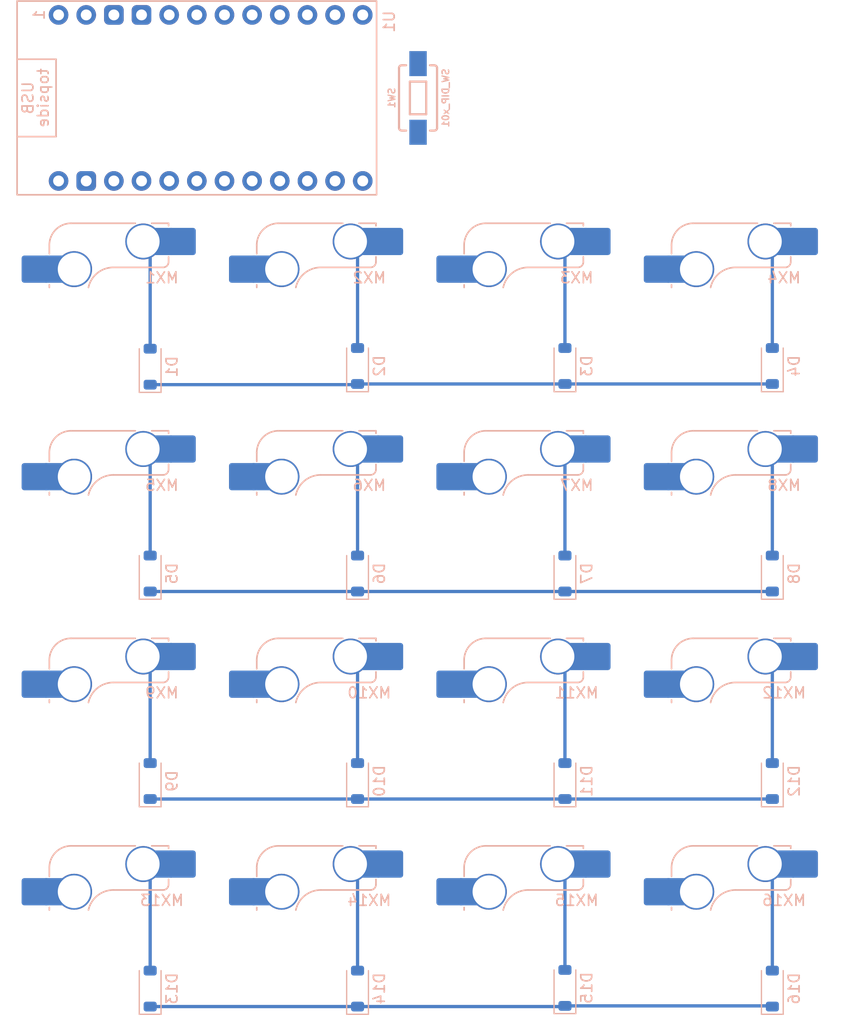
<source format=kicad_pcb>
(kicad_pcb (version 20221018) (generator pcbnew)
  (layers (0 "F.Cu" signal) (31 "B.Cu" signal) (34 "B.Paste" user) (35 "F.Paste" user) (36 "B.SilkS" user "B.Silkscreen") (37 "F.SilkS" user "F.Silkscreen") (38 "B.Mask" user) (39 "F.Mask" user) (44 "Edge.Cuts" user))
  (net 0 "")
  (net 1 "ROW0")
  (net 2 "Net-(D1-A)")
  (net 3 "Net-(D2-A)")
  (net 4 "Net-(D3-A)")
  (net 5 "Net-(D4-A)")
  (net 6 "ROW1")
  (net 7 "Net-(D5-A)")
  (net 8 "Net-(D6-A)")
  (net 9 "Net-(D7-A)")
  (net 10 "Net-(D8-A)")
  (net 11 "ROW2")
  (net 12 "Net-(D9-A)")
  (net 13 "Net-(D10-A)")
  (net 14 "Net-(D11-A)")
  (net 15 "Net-(D12-A)")
  (net 16 "ROW3")
  (net 17 "Net-(D13-A)")
  (net 18 "Net-(D14-A)")
  (net 19 "Net-(D15-A)")
  (net 20 "Net-(D16-A)")
  (net 21 "COL0")
  (net 22 "COL1")
  (net 23 "COL2")
  (net 24 "COL3")
  (net 25 "GND")
  (net 26 "Net-(U1-RST)")
  (footprint "Diode_SMD:D_SOD-123" (layer "B.Cu") (at 92.075 95.25 90)
    (fp_text reference "D5" (at 0 2 90) (layer "B.SilkS") (effects (justify mirror)))
    (fp_text value "D_Small")
    (pad "1" smd roundrect (at -1.65 0 90) (size 0.9 1.2) (layers "B.Cu" "B.Paste" "B.Mask") (net 6 "ROW1"))
    (pad "2" smd roundrect (at 1.65 0 90) (size 0.9 1.2) (layers "B.Cu" "B.Paste" "B.Mask") (net 7 "Net-(D5-A)"))
  )
  (footprint "marbastlib-mx:SW_MX_HS_1u" (layer "B.Cu") (at 107.95 88.9 180)
    (fp_text reference "MX6" (at -4.25 1.75) (layer "B.SilkS") (effects (justify mirror)))
    (fp_text value "MX_SW_HS" hide)
    (pad "" np_thru_hole circle (at -5.08 0 180) (size 1.75 1.75) (drill 1.75) (layers "*.Cu" "*.Mask"))
    (pad "" np_thru_hole circle (at 0 0 180) (size 3.9878 3.9878) (drill 3.9878) (layers "*.Cu" "*.Mask"))
    (pad "" np_thru_hole circle (at 5.08 0 180) (size 1.75 1.75) (drill 1.75) (layers "*.Cu" "*.Mask"))
    (pad "1" thru_hole circle (at 3.81 2.54 180) (size 3.3 3.3) (drill 3) (layers "*.Cu" "*.Mask") (net 22 "COL1"))
    (pad "1" smd rect (at 5.635 2.54) (size 1.65 2.5) (layers "B.Cu") (net 22 "COL1"))
    (pad "1" smd roundrect (at 7.36 2.54 180) (size 2.55 2.5) (layers "B.Cu" "B.Paste" "B.Mask") (roundrect_rratio 0.1) (net 22 "COL1"))
    (pad "2" smd roundrect (at -6.09 5.08 180) (size 2.55 2.5) (layers "B.Cu" "B.Paste" "B.Mask") (roundrect_rratio 0.1) (net 8 "Net-(D6-A)"))
    (pad "2" smd rect (at -4.34 5.08 180) (size 1.65 2.5) (layers "B.Cu") (net 8 "Net-(D6-A)"))
    (pad "2" thru_hole circle (at -2.54 5.08 180) (size 3.3 3.3) (drill 3) (layers "*.Cu" "*.Mask") (net 8 "Net-(D6-A)"))
  )
  (footprint "Diode_SMD:D_SOD-123" (layer "B.Cu") (at 92.075 76.2625 90)
    (fp_text reference "D1" (at 0 2 90) (layer "B.SilkS") (effects (justify mirror)))
    (fp_text value "D_Small")
    (pad "1" smd roundrect (at -1.65 0 90) (size 0.9 1.2) (layers "B.Cu" "B.Paste" "B.Mask") (net 1 "ROW0"))
    (pad "2" smd roundrect (at 1.65 0 90) (size 0.9 1.2) (layers "B.Cu" "B.Paste" "B.Mask") (net 2 "Net-(D1-A)"))
  )
  (footprint "marbastlib-mx:SW_MX_HS_1u" (layer "B.Cu") (at 127 107.95 180)
    (fp_text reference "MX11" (at -4.25 1.75) (layer "B.SilkS") (effects (justify mirror)))
    (fp_text value "MX_SW_HS" hide)
    (pad "" np_thru_hole circle (at -5.08 0 180) (size 1.75 1.75) (drill 1.75) (layers "*.Cu" "*.Mask"))
    (pad "" np_thru_hole circle (at 0 0 180) (size 3.9878 3.9878) (drill 3.9878) (layers "*.Cu" "*.Mask"))
    (pad "" np_thru_hole circle (at 5.08 0 180) (size 1.75 1.75) (drill 1.75) (layers "*.Cu" "*.Mask"))
    (pad "1" thru_hole circle (at 3.81 2.54 180) (size 3.3 3.3) (drill 3) (layers "*.Cu" "*.Mask") (net 23 "COL2"))
    (pad "1" smd rect (at 5.635 2.54) (size 1.65 2.5) (layers "B.Cu") (net 23 "COL2"))
    (pad "1" smd roundrect (at 7.36 2.54 180) (size 2.55 2.5) (layers "B.Cu" "B.Paste" "B.Mask") (roundrect_rratio 0.1) (net 23 "COL2"))
    (pad "2" smd roundrect (at -6.09 5.08 180) (size 2.55 2.5) (layers "B.Cu" "B.Paste" "B.Mask") (roundrect_rratio 0.1) (net 14 "Net-(D11-A)"))
    (pad "2" smd rect (at -4.34 5.08 180) (size 1.65 2.5) (layers "B.Cu") (net 14 "Net-(D11-A)"))
    (pad "2" thru_hole circle (at -2.54 5.08 180) (size 3.3 3.3) (drill 3) (layers "*.Cu" "*.Mask") (net 14 "Net-(D11-A)"))
  )
  (footprint "Diode_SMD:D_SOD-123" (layer "B.Cu") (at 130.175 95.25 90)
    (fp_text reference "D7" (at 0 2 90) (layer "B.SilkS") (effects (justify mirror)))
    (fp_text value "D_Small")
    (pad "1" smd roundrect (at -1.65 0 90) (size 0.9 1.2) (layers "B.Cu" "B.Paste" "B.Mask") (net 6 "ROW1"))
    (pad "2" smd roundrect (at 1.65 0 90) (size 0.9 1.2) (layers "B.Cu" "B.Paste" "B.Mask") (net 9 "Net-(D7-A)"))
  )
  (footprint "Diode_SMD:D_SOD-123" (layer "B.Cu") (at 149.225 95.25 90)
    (fp_text reference "D8" (at 0 2 90) (layer "B.SilkS") (effects (justify mirror)))
    (fp_text value "D_Small")
    (pad "1" smd roundrect (at -1.65 0 90) (size 0.9 1.2) (layers "B.Cu" "B.Paste" "B.Mask") (net 6 "ROW1"))
    (pad "2" smd roundrect (at 1.65 0 90) (size 0.9 1.2) (layers "B.Cu" "B.Paste" "B.Mask") (net 10 "Net-(D8-A)"))
  )
  (footprint "marbastlib-mx:SW_MX_HS_1u" (layer "B.Cu") (at 88.9 127 180)
    (fp_text reference "MX13" (at -4.25 1.75) (layer "B.SilkS") (effects (justify mirror)))
    (fp_text value "MX_SW_HS" hide)
    (pad "" np_thru_hole circle (at -5.08 0 180) (size 1.75 1.75) (drill 1.75) (layers "*.Cu" "*.Mask"))
    (pad "" np_thru_hole circle (at 0 0 180) (size 3.9878 3.9878) (drill 3.9878) (layers "*.Cu" "*.Mask"))
    (pad "" np_thru_hole circle (at 5.08 0 180) (size 1.75 1.75) (drill 1.75) (layers "*.Cu" "*.Mask"))
    (pad "1" thru_hole circle (at 3.81 2.54 180) (size 3.3 3.3) (drill 3) (layers "*.Cu" "*.Mask") (net 21 "COL0"))
    (pad "1" smd rect (at 5.635 2.54) (size 1.65 2.5) (layers "B.Cu") (net 21 "COL0"))
    (pad "1" smd roundrect (at 7.36 2.54 180) (size 2.55 2.5) (layers "B.Cu" "B.Paste" "B.Mask") (roundrect_rratio 0.1) (net 21 "COL0"))
    (pad "2" smd roundrect (at -6.09 5.08 180) (size 2.55 2.5) (layers "B.Cu" "B.Paste" "B.Mask") (roundrect_rratio 0.1) (net 17 "Net-(D13-A)"))
    (pad "2" smd rect (at -4.34 5.08 180) (size 1.65 2.5) (layers "B.Cu") (net 17 "Net-(D13-A)"))
    (pad "2" thru_hole circle (at -2.54 5.08 180) (size 3.3 3.3) (drill 3) (layers "*.Cu" "*.Mask") (net 17 "Net-(D13-A)"))
  )
  (footprint "Switches:TACTILE_SWITCH_SMD_6.0X3.5MM" (layer "B.Cu") (at 116.68125 51.59375 -90)
    (fp_text reference "SW1" (at 0 2.413 90) (layer "B.SilkS") (effects (font (size 0.6096 0.6096) (thickness 0.127)) (justify mirror)))
    (fp_text value "SW_DIP_x01" (at 0 -2.54 90) (layer "B.SilkS") (effects (font (size 0.6096 0.6096) (thickness 0.127)) (justify mirror)))
    (pad "1" smd rect (at -3.1496 0 90) (size 2.2987 1.59766) (layers "B.Cu" "B.Paste" "B.Mask") (net 25 "GND"))
    (pad "2" smd rect (at 3.1496 0 90) (size 2.2987 1.59766) (layers "B.Cu" "B.Paste" "B.Mask") (net 26 "Net-(U1-RST)"))
  )
  (footprint "marbastlib-mx:SW_MX_HS_1u" (layer "B.Cu") (at 107.95 127 180)
    (fp_text reference "MX14" (at -4.25 1.75) (layer "B.SilkS") (effects (justify mirror)))
    (fp_text value "MX_SW_HS" hide)
    (pad "" np_thru_hole circle (at -5.08 0 180) (size 1.75 1.75) (drill 1.75) (layers "*.Cu" "*.Mask"))
    (pad "" np_thru_hole circle (at 0 0 180) (size 3.9878 3.9878) (drill 3.9878) (layers "*.Cu" "*.Mask"))
    (pad "" np_thru_hole circle (at 5.08 0 180) (size 1.75 1.75) (drill 1.75) (layers "*.Cu" "*.Mask"))
    (pad "1" thru_hole circle (at 3.81 2.54 180) (size 3.3 3.3) (drill 3) (layers "*.Cu" "*.Mask") (net 22 "COL1"))
    (pad "1" smd rect (at 5.635 2.54) (size 1.65 2.5) (layers "B.Cu") (net 22 "COL1"))
    (pad "1" smd roundrect (at 7.36 2.54 180) (size 2.55 2.5) (layers "B.Cu" "B.Paste" "B.Mask") (roundrect_rratio 0.1) (net 22 "COL1"))
    (pad "2" smd roundrect (at -6.09 5.08 180) (size 2.55 2.5) (layers "B.Cu" "B.Paste" "B.Mask") (roundrect_rratio 0.1) (net 18 "Net-(D14-A)"))
    (pad "2" smd rect (at -4.34 5.08 180) (size 1.65 2.5) (layers "B.Cu") (net 18 "Net-(D14-A)"))
    (pad "2" thru_hole circle (at -2.54 5.08 180) (size 3.3 3.3) (drill 3) (layers "*.Cu" "*.Mask") (net 18 "Net-(D14-A)"))
  )
  (footprint "Diode_SMD:D_SOD-123" (layer "B.Cu") (at 149.225 133.35 90)
    (fp_text reference "D16" (at 0 2 90) (layer "B.SilkS") (effects (justify mirror)))
    (fp_text value "D_Small")
    (pad "1" smd roundrect (at -1.65 0 90) (size 0.9 1.2) (layers "B.Cu" "B.Paste" "B.Mask") (net 16 "ROW3"))
    (pad "2" smd roundrect (at 1.65 0 90) (size 0.9 1.2) (layers "B.Cu" "B.Paste" "B.Mask") (net 20 "Net-(D16-A)"))
  )
  (footprint "marbastlib-mx:SW_MX_HS_1u" (layer "B.Cu") (at 107.95 69.85 180)
    (fp_text reference "MX2" (at -4.25 1.75) (layer "B.SilkS") (effects (justify mirror)))
    (fp_text value "MX_SW_HS" hide)
    (pad "" np_thru_hole circle (at -5.08 0 180) (size 1.75 1.75) (drill 1.75) (layers "*.Cu" "*.Mask"))
    (pad "" np_thru_hole circle (at 0 0 180) (size 3.9878 3.9878) (drill 3.9878) (layers "*.Cu" "*.Mask"))
    (pad "" np_thru_hole circle (at 5.08 0 180) (size 1.75 1.75) (drill 1.75) (layers "*.Cu" "*.Mask"))
    (pad "1" thru_hole circle (at 3.81 2.54 180) (size 3.3 3.3) (drill 3) (layers "*.Cu" "*.Mask") (net 22 "COL1"))
    (pad "1" smd rect (at 5.635 2.54) (size 1.65 2.5) (layers "B.Cu") (net 22 "COL1"))
    (pad "1" smd roundrect (at 7.36 2.54 180) (size 2.55 2.5) (layers "B.Cu" "B.Paste" "B.Mask") (roundrect_rratio 0.1) (net 22 "COL1"))
    (pad "2" smd roundrect (at -6.09 5.08 180) (size 2.55 2.5) (layers "B.Cu" "B.Paste" "B.Mask") (roundrect_rratio 0.1) (net 3 "Net-(D2-A)"))
    (pad "2" smd rect (at -4.34 5.08 180) (size 1.65 2.5) (layers "B.Cu") (net 3 "Net-(D2-A)"))
    (pad "2" thru_hole circle (at -2.54 5.08 180) (size 3.3 3.3) (drill 3) (layers "*.Cu" "*.Mask") (net 3 "Net-(D2-A)"))
  )
  (footprint "Diode_SMD:D_SOD-123" (layer "B.Cu") (at 130.175 133.2875 90)
    (fp_text reference "D15" (at 0 2 90) (layer "B.SilkS") (effects (justify mirror)))
    (fp_text value "D_Small")
    (pad "1" smd roundrect (at -1.65 0 90) (size 0.9 1.2) (layers "B.Cu" "B.Paste" "B.Mask") (net 16 "ROW3"))
    (pad "2" smd roundrect (at 1.65 0 90) (size 0.9 1.2) (layers "B.Cu" "B.Paste" "B.Mask") (net 19 "Net-(D15-A)"))
  )
  (footprint "marbastlib-mx:SW_MX_HS_1u" (layer "B.Cu") (at 88.9 107.95 180)
    (fp_text reference "MX9" (at -4.25 1.75) (layer "B.SilkS") (effects (justify mirror)))
    (fp_text value "MX_SW_HS" hide)
    (pad "" np_thru_hole circle (at -5.08 0 180) (size 1.75 1.75) (drill 1.75) (layers "*.Cu" "*.Mask"))
    (pad "" np_thru_hole circle (at 0 0 180) (size 3.9878 3.9878) (drill 3.9878) (layers "*.Cu" "*.Mask"))
    (pad "" np_thru_hole circle (at 5.08 0 180) (size 1.75 1.75) (drill 1.75) (layers "*.Cu" "*.Mask"))
    (pad "1" thru_hole circle (at 3.81 2.54 180) (size 3.3 3.3) (drill 3) (layers "*.Cu" "*.Mask") (net 21 "COL0"))
    (pad "1" smd rect (at 5.635 2.54) (size 1.65 2.5) (layers "B.Cu") (net 21 "COL0"))
    (pad "1" smd roundrect (at 7.36 2.54 180) (size 2.55 2.5) (layers "B.Cu" "B.Paste" "B.Mask") (roundrect_rratio 0.1) (net 21 "COL0"))
    (pad "2" smd roundrect (at -6.09 5.08 180) (size 2.55 2.5) (layers "B.Cu" "B.Paste" "B.Mask") (roundrect_rratio 0.1) (net 12 "Net-(D9-A)"))
    (pad "2" smd rect (at -4.34 5.08 180) (size 1.65 2.5) (layers "B.Cu") (net 12 "Net-(D9-A)"))
    (pad "2" thru_hole circle (at -2.54 5.08 180) (size 3.3 3.3) (drill 3) (layers "*.Cu" "*.Mask") (net 12 "Net-(D9-A)"))
  )
  (footprint "Diode_SMD:D_SOD-123" (layer "B.Cu") (at 92.075 133.35 90)
    (fp_text reference "D13" (at 0 2 90) (layer "B.SilkS") (effects (justify mirror)))
    (fp_text value "D_Small")
    (pad "1" smd roundrect (at -1.65 0 90) (size 0.9 1.2) (layers "B.Cu" "B.Paste" "B.Mask") (net 16 "ROW3"))
    (pad "2" smd roundrect (at 1.65 0 90) (size 0.9 1.2) (layers "B.Cu" "B.Paste" "B.Mask") (net 17 "Net-(D13-A)"))
  )
  (footprint "Diode_SMD:D_SOD-123" (layer "B.Cu") (at 149.225 76.2 90)
    (fp_text reference "D4" (at 0 2 90) (layer "B.SilkS") (effects (justify mirror)))
    (fp_text value "D_Small")
    (pad "1" smd roundrect (at -1.65 0 90) (size 0.9 1.2) (layers "B.Cu" "B.Paste" "B.Mask") (net 1 "ROW0"))
    (pad "2" smd roundrect (at 1.65 0 90) (size 0.9 1.2) (layers "B.Cu" "B.Paste" "B.Mask") (net 5 "Net-(D4-A)"))
  )
  (footprint "Diode_SMD:D_SOD-123" (layer "B.Cu") (at 111.125 133.35 90)
    (fp_text reference "D14" (at 0 2 90) (layer "B.SilkS") (effects (justify mirror)))
    (fp_text value "D_Small")
    (pad "1" smd roundrect (at -1.65 0 90) (size 0.9 1.2) (layers "B.Cu" "B.Paste" "B.Mask") (net 16 "ROW3"))
    (pad "2" smd roundrect (at 1.65 0 90) (size 0.9 1.2) (layers "B.Cu" "B.Paste" "B.Mask") (net 18 "Net-(D14-A)"))
  )
  (footprint "marbastlib-mx:SW_MX_HS_1u" (layer "B.Cu") (at 88.9 88.9 180)
    (fp_text reference "MX5" (at -4.25 1.75) (layer "B.SilkS") (effects (justify mirror)))
    (fp_text value "MX_SW_HS" hide)
    (pad "" np_thru_hole circle (at -5.08 0 180) (size 1.75 1.75) (drill 1.75) (layers "*.Cu" "*.Mask"))
    (pad "" np_thru_hole circle (at 0 0 180) (size 3.9878 3.9878) (drill 3.9878) (layers "*.Cu" "*.Mask"))
    (pad "" np_thru_hole circle (at 5.08 0 180) (size 1.75 1.75) (drill 1.75) (layers "*.Cu" "*.Mask"))
    (pad "1" thru_hole circle (at 3.81 2.54 180) (size 3.3 3.3) (drill 3) (layers "*.Cu" "*.Mask") (net 21 "COL0"))
    (pad "1" smd rect (at 5.635 2.54) (size 1.65 2.5) (layers "B.Cu") (net 21 "COL0"))
    (pad "1" smd roundrect (at 7.36 2.54 180) (size 2.55 2.5) (layers "B.Cu" "B.Paste" "B.Mask") (roundrect_rratio 0.1) (net 21 "COL0"))
    (pad "2" smd roundrect (at -6.09 5.08 180) (size 2.55 2.5) (layers "B.Cu" "B.Paste" "B.Mask") (roundrect_rratio 0.1) (net 7 "Net-(D5-A)"))
    (pad "2" smd rect (at -4.34 5.08 180) (size 1.65 2.5) (layers "B.Cu") (net 7 "Net-(D5-A)"))
    (pad "2" thru_hole circle (at -2.54 5.08 180) (size 3.3 3.3) (drill 3) (layers "*.Cu" "*.Mask") (net 7 "Net-(D5-A)"))
  )
  (footprint "marbastlib-mx:SW_MX_HS_1u" (layer "B.Cu") (at 127 69.85 180)
    (fp_text reference "MX3" (at -4.25 1.75) (layer "B.SilkS") (effects (justify mirror)))
    (fp_text value "MX_SW_HS" hide)
    (pad "" np_thru_hole circle (at -5.08 0 180) (size 1.75 1.75) (drill 1.75) (layers "*.Cu" "*.Mask"))
    (pad "" np_thru_hole circle (at 0 0 180) (size 3.9878 3.9878) (drill 3.9878) (layers "*.Cu" "*.Mask"))
    (pad "" np_thru_hole circle (at 5.08 0 180) (size 1.75 1.75) (drill 1.75) (layers "*.Cu" "*.Mask"))
    (pad "1" thru_hole circle (at 3.81 2.54 180) (size 3.3 3.3) (drill 3) (layers "*.Cu" "*.Mask") (net 23 "COL2"))
    (pad "1" smd rect (at 5.635 2.54) (size 1.65 2.5) (layers "B.Cu") (net 23 "COL2"))
    (pad "1" smd roundrect (at 7.36 2.54 180) (size 2.55 2.5) (layers "B.Cu" "B.Paste" "B.Mask") (roundrect_rratio 0.1) (net 23 "COL2"))
    (pad "2" smd roundrect (at -6.09 5.08 180) (size 2.55 2.5) (layers "B.Cu" "B.Paste" "B.Mask") (roundrect_rratio 0.1) (net 4 "Net-(D3-A)"))
    (pad "2" smd rect (at -4.34 5.08 180) (size 1.65 2.5) (layers "B.Cu") (net 4 "Net-(D3-A)"))
    (pad "2" thru_hole circle (at -2.54 5.08 180) (size 3.3 3.3) (drill 3) (layers "*.Cu" "*.Mask") (net 4 "Net-(D3-A)"))
  )
  (footprint "marbastlib-mx:SW_MX_HS_1u" (layer "B.Cu") (at 88.9 69.85 180)
    (fp_text reference "MX1" (at -4.25 1.75) (layer "B.SilkS") (effects (justify mirror)))
    (fp_text value "MX_SW_HS" hide)
    (pad "" np_thru_hole circle (at -5.08 0 180) (size 1.75 1.75) (drill 1.75) (layers "*.Cu" "*.Mask"))
    (pad "" np_thru_hole circle (at 0 0 180) (size 3.9878 3.9878) (drill 3.9878) (layers "*.Cu" "*.Mask"))
    (pad "" np_thru_hole circle (at 5.08 0 180) (size 1.75 1.75) (drill 1.75) (layers "*.Cu" "*.Mask"))
    (pad "1" thru_hole circle (at 3.81 2.54 180) (size 3.3 3.3) (drill 3) (layers "*.Cu" "*.Mask") (net 21 "COL0"))
    (pad "1" smd rect (at 5.635 2.54) (size 1.65 2.5) (layers "B.Cu") (net 21 "COL0"))
    (pad "1" smd roundrect (at 7.36 2.54 180) (size 2.55 2.5) (layers "B.Cu" "B.Paste" "B.Mask") (roundrect_rratio 0.1) (net 21 "COL0"))
    (pad "2" smd roundrect (at -6.09 5.08 180) (size 2.55 2.5) (layers "B.Cu" "B.Paste" "B.Mask") (roundrect_rratio 0.1) (net 2 "Net-(D1-A)"))
    (pad "2" smd rect (at -4.34 5.08 180) (size 1.65 2.5) (layers "B.Cu") (net 2 "Net-(D1-A)"))
    (pad "2" thru_hole circle (at -2.54 5.08 180) (size 3.3 3.3) (drill 3) (layers "*.Cu" "*.Mask") (net 2 "Net-(D1-A)"))
  )
  (footprint "marbastlib-mx:SW_MX_HS_1u" (layer "B.Cu") (at 127 88.9 180)
    (fp_text reference "MX7" (at -4.25 1.75) (layer "B.SilkS") (effects (justify mirror)))
    (fp_text value "MX_SW_HS" hide)
    (pad "" np_thru_hole circle (at -5.08 0 180) (size 1.75 1.75) (drill 1.75) (layers "*.Cu" "*.Mask"))
    (pad "" np_thru_hole circle (at 0 0 180) (size 3.9878 3.9878) (drill 3.9878) (layers "*.Cu" "*.Mask"))
    (pad "" np_thru_hole circle (at 5.08 0 180) (size 1.75 1.75) (drill 1.75) (layers "*.Cu" "*.Mask"))
    (pad "1" thru_hole circle (at 3.81 2.54 180) (size 3.3 3.3) (drill 3) (layers "*.Cu" "*.Mask") (net 23 "COL2"))
    (pad "1" smd rect (at 5.635 2.54) (size 1.65 2.5) (layers "B.Cu") (net 23 "COL2"))
    (pad "1" smd roundrect (at 7.36 2.54 180) (size 2.55 2.5) (layers "B.Cu" "B.Paste" "B.Mask") (roundrect_rratio 0.1) (net 23 "COL2"))
    (pad "2" smd roundrect (at -6.09 5.08 180) (size 2.55 2.5) (layers "B.Cu" "B.Paste" "B.Mask") (roundrect_rratio 0.1) (net 9 "Net-(D7-A)"))
    (pad "2" smd rect (at -4.34 5.08 180) (size 1.65 2.5) (layers "B.Cu") (net 9 "Net-(D7-A)"))
    (pad "2" thru_hole circle (at -2.54 5.08 180) (size 3.3 3.3) (drill 3) (layers "*.Cu" "*.Mask") (net 9 "Net-(D7-A)"))
  )
  (footprint "marbastlib-mx:SW_MX_HS_1u" (layer "B.Cu") (at 107.95 107.95 180)
    (fp_text reference "MX10" (at -4.25 1.75) (layer "B.SilkS") (effects (justify mirror)))
    (fp_text value "MX_SW_HS" hide)
    (pad "" np_thru_hole circle (at -5.08 0 180) (size 1.75 1.75) (drill 1.75) (layers "*.Cu" "*.Mask"))
    (pad "" np_thru_hole circle (at 0 0 180) (size 3.9878 3.9878) (drill 3.9878) (layers "*.Cu" "*.Mask"))
    (pad "" np_thru_hole circle (at 5.08 0 180) (size 1.75 1.75) (drill 1.75) (layers "*.Cu" "*.Mask"))
    (pad "1" thru_hole circle (at 3.81 2.54 180) (size 3.3 3.3) (drill 3) (layers "*.Cu" "*.Mask") (net 22 "COL1"))
    (pad "1" smd rect (at 5.635 2.54) (size 1.65 2.5) (layers "B.Cu") (net 22 "COL1"))
    (pad "1" smd roundrect (at 7.36 2.54 180) (size 2.55 2.5) (layers "B.Cu" "B.Paste" "B.Mask") (roundrect_rratio 0.1) (net 22 "COL1"))
    (pad "2" smd roundrect (at -6.09 5.08 180) (size 2.55 2.5) (layers "B.Cu" "B.Paste" "B.Mask") (roundrect_rratio 0.1) (net 13 "Net-(D10-A)"))
    (pad "2" smd rect (at -4.34 5.08 180) (size 1.65 2.5) (layers "B.Cu") (net 13 "Net-(D10-A)"))
    (pad "2" thru_hole circle (at -2.54 5.08 180) (size 3.3 3.3) (drill 3) (layers "*.Cu" "*.Mask") (net 13 "Net-(D10-A)"))
  )
  (footprint "Diode_SMD:D_SOD-123" (layer "B.Cu") (at 111.125 76.2 90)
    (fp_text reference "D2" (at 0 2 90) (layer "B.SilkS") (effects (justify mirror)))
    (fp_text value "D_Small")
    (pad "1" smd roundrect (at -1.65 0 90) (size 0.9 1.2) (layers "B.Cu" "B.Paste" "B.Mask") (net 1 "ROW0"))
    (pad "2" smd roundrect (at 1.65 0 90) (size 0.9 1.2) (layers "B.Cu" "B.Paste" "B.Mask") (net 3 "Net-(D2-A)"))
  )
  (footprint "marbastlib-mx:SW_MX_HS_1u" (layer "B.Cu") (at 146.05 69.85 180)
    (fp_text reference "MX4" (at -4.25 1.75) (layer "B.SilkS") (effects (justify mirror)))
    (fp_text value "MX_SW_HS" hide)
    (pad "" np_thru_hole circle (at -5.08 0 180) (size 1.75 1.75) (drill 1.75) (layers "*.Cu" "*.Mask"))
    (pad "" np_thru_hole circle (at 0 0 180) (size 3.9878 3.9878) (drill 3.9878) (layers "*.Cu" "*.Mask"))
    (pad "" np_thru_hole circle (at 5.08 0 180) (size 1.75 1.75) (drill 1.75) (layers "*.Cu" "*.Mask"))
    (pad "1" thru_hole circle (at 3.81 2.54 180) (size 3.3 3.3) (drill 3) (layers "*.Cu" "*.Mask") (net 24 "COL3"))
    (pad "1" smd rect (at 5.635 2.54) (size 1.65 2.5) (layers "B.Cu") (net 24 "COL3"))
    (pad "1" smd roundrect (at 7.36 2.54 180) (size 2.55 2.5) (layers "B.Cu" "B.Paste" "B.Mask") (roundrect_rratio 0.1) (net 24 "COL3"))
    (pad "2" smd roundrect (at -6.09 5.08 180) (size 2.55 2.5) (layers "B.Cu" "B.Paste" "B.Mask") (roundrect_rratio 0.1) (net 5 "Net-(D4-A)"))
    (pad "2" smd rect (at -4.34 5.08 180) (size 1.65 2.5) (layers "B.Cu") (net 5 "Net-(D4-A)"))
    (pad "2" thru_hole circle (at -2.54 5.08 180) (size 3.3 3.3) (drill 3) (layers "*.Cu" "*.Mask") (net 5 "Net-(D4-A)"))
  )
  (footprint "Diode_SMD:D_SOD-123" (layer "B.Cu") (at 130.175 76.2 90)
    (fp_text reference "D3" (at 0 2 90) (layer "B.SilkS") (effects (justify mirror)))
    (fp_text value "D_Small")
    (pad "1" smd roundrect (at -1.65 0 90) (size 0.9 1.2) (layers "B.Cu" "B.Paste" "B.Mask") (net 1 "ROW0"))
    (pad "2" smd roundrect (at 1.65 0 90) (size 0.9 1.2) (layers "B.Cu" "B.Paste" "B.Mask") (net 4 "Net-(D3-A)"))
  )
  (footprint "marbastlib-mx:SW_MX_HS_1u" (layer "B.Cu") (at 146.05 88.9 180)
    (fp_text reference "MX8" (at -4.25 1.75) (layer "B.SilkS") (effects (justify mirror)))
    (fp_text value "MX_SW_HS" hide)
    (pad "" np_thru_hole circle (at -5.08 0 180) (size 1.75 1.75) (drill 1.75) (layers "*.Cu" "*.Mask"))
    (pad "" np_thru_hole circle (at 0 0 180) (size 3.9878 3.9878) (drill 3.9878) (layers "*.Cu" "*.Mask"))
    (pad "" np_thru_hole circle (at 5.08 0 180) (size 1.75 1.75) (drill 1.75) (layers "*.Cu" "*.Mask"))
    (pad "1" thru_hole circle (at 3.81 2.54 180) (size 3.3 3.3) (drill 3) (layers "*.Cu" "*.Mask") (net 24 "COL3"))
    (pad "1" smd rect (at 5.635 2.54) (size 1.65 2.5) (layers "B.Cu") (net 24 "COL3"))
    (pad "1" smd roundrect (at 7.36 2.54 180) (size 2.55 2.5) (layers "B.Cu" "B.Paste" "B.Mask") (roundrect_rratio 0.1) (net 24 "COL3"))
    (pad "2" smd roundrect (at -6.09 5.08 180) (size 2.55 2.5) (layers "B.Cu" "B.Paste" "B.Mask") (roundrect_rratio 0.1) (net 10 "Net-(D8-A)"))
    (pad "2" smd rect (at -4.34 5.08 180) (size 1.65 2.5) (layers "B.Cu") (net 10 "Net-(D8-A)"))
    (pad "2" thru_hole circle (at -2.54 5.08 180) (size 3.3 3.3) (drill 3) (layers "*.Cu" "*.Mask") (net 10 "Net-(D8-A)"))
  )
  (footprint "Diode_SMD:D_SOD-123" (layer "B.Cu") (at 149.225 114.3 90)
    (fp_text reference "D12" (at 0 2 90) (layer "B.SilkS") (effects (justify mirror)))
    (fp_text value "D_Small")
    (pad "1" smd roundrect (at -1.65 0 90) (size 0.9 1.2) (layers "B.Cu" "B.Paste" "B.Mask") (net 11 "ROW2"))
    (pad "2" smd roundrect (at 1.65 0 90) (size 0.9 1.2) (layers "B.Cu" "B.Paste" "B.Mask") (net 15 "Net-(D12-A)"))
  )
  (footprint "Diode_SMD:D_SOD-123" (layer "B.Cu") (at 130.175 114.3 90)
    (fp_text reference "D11" (at 0 2 90) (layer "B.SilkS") (effects (justify mirror)))
    (fp_text value "D_Small")
    (pad "1" smd roundrect (at -1.65 0 90) (size 0.9 1.2) (layers "B.Cu" "B.Paste" "B.Mask") (net 11 "ROW2"))
    (pad "2" smd roundrect (at 1.65 0 90) (size 0.9 1.2) (layers "B.Cu" "B.Paste" "B.Mask") (net 14 "Net-(D11-A)"))
  )
  (footprint "marbastlib-mx:SW_MX_HS_1u" (layer "B.Cu") (at 146.05 107.95 180)
    (fp_text reference "MX12" (at -4.25 1.75) (layer "B.SilkS") (effects (justify mirror)))
    (fp_text value "MX_SW_HS" hide)
    (pad "" np_thru_hole circle (at -5.08 0 180) (size 1.75 1.75) (drill 1.75) (layers "*.Cu" "*.Mask"))
    (pad "" np_thru_hole circle (at 0 0 180) (size 3.9878 3.9878) (drill 3.9878) (layers "*.Cu" "*.Mask"))
    (pad "" np_thru_hole circle (at 5.08 0 180) (size 1.75 1.75) (drill 1.75) (layers "*.Cu" "*.Mask"))
    (pad "1" thru_hole circle (at 3.81 2.54 180) (size 3.3 3.3) (drill 3) (layers "*.Cu" "*.Mask") (net 24 "COL3"))
    (pad "1" smd rect (at 5.635 2.54) (size 1.65 2.5) (layers "B.Cu") (net 24 "COL3"))
    (pad "1" smd roundrect (at 7.36 2.54 180) (size 2.55 2.5) (layers "B.Cu" "B.Paste" "B.Mask") (roundrect_rratio 0.1) (net 24 "COL3"))
    (pad "2" smd roundrect (at -6.09 5.08 180) (size 2.55 2.5) (layers "B.Cu" "B.Paste" "B.Mask") (roundrect_rratio 0.1) (net 15 "Net-(D12-A)"))
    (pad "2" smd rect (at -4.34 5.08 180) (size 1.65 2.5) (layers "B.Cu") (net 15 "Net-(D12-A)"))
    (pad "2" thru_hole circle (at -2.54 5.08 180) (size 3.3 3.3) (drill 3) (layers "*.Cu" "*.Mask") (net 15 "Net-(D12-A)"))
  )
  (footprint "marbastlib-xp-promicroish:ProMicro_USBup" (layer "B.Cu") (at 97.63125 51.59375 -90)
    (fp_text reference "U1" (at -7 -16.4 90 unlocked) (layer "B.SilkS") (effects (justify mirror)))
    (fp_text value "ProMicro")
    (fp_text user "1" (at -7.62 15.17 90) (layer "B.SilkS") (effects (justify bottom mirror)))
    (fp_text user "USB" (at 0 16.2 90 unlocked) (layer "B.SilkS") (effects (justify bottom mirror)))
    (fp_text user "topside" (at 0 14.8 90 unlocked) (layer "B.SilkS") (effects (justify bottom mirror)))
    (pad "1" thru_hole circle (at -7.62 13.97 270) (size 1.8 1.8) (drill 1) (layers "*.Cu" "F.Mask"))
    (pad "2" thru_hole circle (at -7.62 11.43 270) (size 1.8 1.8) (drill 1) (layers "*.Cu" "F.Mask"))
    (pad "3" thru_hole roundrect (at -7.62 8.89 270) (size 1.8 1.8) (drill 1) (layers "*.Cu" "F.Mask") (net 25 "GND"))
    (pad "4" thru_hole roundrect (at -7.62 6.35 270) (size 1.8 1.8) (drill 1) (layers "*.Cu" "F.Mask") (net 25 "GND"))
    (pad "5" thru_hole circle (at -7.62 3.81 270) (size 1.8 1.8) (drill 1) (layers "*.Cu" "F.Mask"))
    (pad "6" thru_hole circle (at -7.62 1.27 270) (size 1.8 1.8) (drill 1) (layers "*.Cu" "F.Mask"))
    (pad "7" thru_hole circle (at -7.62 -1.27 270) (size 1.8 1.8) (drill 1) (layers "*.Cu" "F.Mask"))
    (pad "8" thru_hole circle (at -7.62 -3.81 270) (size 1.8 1.8) (drill 1) (layers "*.Cu" "F.Mask"))
    (pad "9" thru_hole circle (at -7.62 -6.35 270) (size 1.8 1.8) (drill 1) (layers "*.Cu" "F.Mask"))
    (pad "10" thru_hole circle (at -7.62 -8.89 270) (size 1.8 1.8) (drill 1) (layers "*.Cu" "F.Mask"))
    (pad "11" thru_hole circle (at -7.62 -11.43 270) (size 1.8 1.8) (drill 1) (layers "*.Cu" "F.Mask"))
    (pad "12" thru_hole circle (at -7.62 -13.97 270) (size 1.8 1.8) (drill 1) (layers "*.Cu" "F.Mask"))
    (pad "13" thru_hole circle (at 7.62 13.97 270) (size 1.8 1.8) (drill 1) (layers "*.Cu" "F.Mask"))
    (pad "14" thru_hole roundrect (at 7.62 11.43 270) (size 1.8 1.8) (drill 1) (layers "*.Cu" "F.Mask") (net 25 "GND"))
    (pad "15" thru_hole circle (at 7.62 8.89 270) (size 1.8 1.8) (drill 1) (layers "*.Cu" "F.Mask") (net 26 "Net-(U1-RST)"))
    (pad "16" thru_hole circle (at 7.62 6.35 270) (size 1.8 1.8) (drill 1) (layers "*.Cu" "F.Mask"))
    (pad "17" thru_hole circle (at 7.62 3.81 270) (size 1.8 1.8) (drill 1) (layers "*.Cu" "F.Mask"))
    (pad "18" thru_hole circle (at 7.62 1.27 270) (size 1.8 1.8) (drill 1) (layers "*.Cu" "F.Mask"))
    (pad "19" thru_hole circle (at 7.62 -1.27 270) (size 1.8 1.8) (drill 1) (layers "*.Cu" "F.Mask"))
    (pad "20" thru_hole circle (at 7.62 -3.81 270) (size 1.8 1.8) (drill 1) (layers "*.Cu" "F.Mask"))
    (pad "21" thru_hole circle (at 7.62 -6.35 270) (size 1.8 1.8) (drill 1) (layers "*.Cu" "F.Mask"))
    (pad "22" thru_hole circle (at 7.62 -8.89 270) (size 1.8 1.8) (drill 1) (layers "*.Cu" "F.Mask"))
    (pad "23" thru_hole circle (at 7.62 -11.43 270) (size 1.8 1.8) (drill 1) (layers "*.Cu" "F.Mask"))
    (pad "24" thru_hole circle (at 7.62 -13.97 270) (size 1.8 1.8) (drill 1) (layers "*.Cu" "F.Mask"))
  )
  (footprint "Diode_SMD:D_SOD-123" (layer "B.Cu") (at 111.125 114.3 90)
    (fp_text reference "D10" (at 0 2 90) (layer "B.SilkS") (effects (justify mirror)))
    (fp_text value "D_Small")
    (pad "1" smd roundrect (at -1.65 0 90) (size 0.9 1.2) (layers "B.Cu" "B.Paste" "B.Mask") (net 11 "ROW2"))
    (pad "2" smd roundrect (at 1.65 0 90) (size 0.9 1.2) (layers "B.Cu" "B.Paste" "B.Mask") (net 13 "Net-(D10-A)"))
  )
  (footprint "Diode_SMD:D_SOD-123" (layer "B.Cu") (at 111.125 95.25 90)
    (fp_text reference "D6" (at 0 2 90) (layer "B.SilkS") (effects (justify mirror)))
    (fp_text value "D_Small")
    (pad "1" smd roundrect (at -1.65 0 90) (size 0.9 1.2) (layers "B.Cu" "B.Paste" "B.Mask") (net 6 "ROW1"))
    (pad "2" smd roundrect (at 1.65 0 90) (size 0.9 1.2) (layers "B.Cu" "B.Paste" "B.Mask") (net 8 "Net-(D6-A)"))
  )
  (footprint "Diode_SMD:D_SOD-123" (layer "B.Cu") (at 92.075 114.3 90)
    (fp_text reference "D9" (at 0 2 90) (layer "B.SilkS") (effects (justify mirror)))
    (fp_text value "D_Small")
    (pad "1" smd roundrect (at -1.65 0 90) (size 0.9 1.2) (layers "B.Cu" "B.Paste" "B.Mask") (net 11 "ROW2"))
    (pad "2" smd roundrect (at 1.65 0 90) (size 0.9 1.2) (layers "B.Cu" "B.Paste" "B.Mask") (net 12 "Net-(D9-A)"))
  )
  (footprint "marbastlib-mx:SW_MX_HS_1u" (layer "B.Cu") (at 127 127 180)
    (fp_text reference "MX15" (at -4.25 1.75) (layer "B.SilkS") (effects (justify mirror)))
    (fp_text value "MX_SW_HS" hide)
    (pad "" np_thru_hole circle (at -5.08 0 180) (size 1.75 1.75) (drill 1.75) (layers "*.Cu" "*.Mask"))
    (pad "" np_thru_hole circle (at 0 0 180) (size 3.9878 3.9878) (drill 3.9878) (layers "*.Cu" "*.Mask"))
    (pad "" np_thru_hole circle (at 5.08 0 180) (size 1.75 1.75) (drill 1.75) (layers "*.Cu" "*.Mask"))
    (pad "1" thru_hole circle (at 3.81 2.54 180) (size 3.3 3.3) (drill 3) (layers "*.Cu" "*.Mask") (net 23 "COL2"))
    (pad "1" smd rect (at 5.635 2.54) (size 1.65 2.5) (layers "B.Cu") (net 23 "COL2"))
    (pad "1" smd roundrect (at 7.36 2.54 180) (size 2.55 2.5) (layers "B.Cu" "B.Paste" "B.Mask") (roundrect_rratio 0.1) (net 23 "COL2"))
    (pad "2" smd roundrect (at -6.09 5.08 180) (size 2.55 2.5) (layers "B.Cu" "B.Paste" "B.Mask") (roundrect_rratio 0.1) (net 19 "Net-(D15-A)"))
    (pad "2" smd rect (at -4.34 5.08 180) (size 1.65 2.5) (layers "B.Cu") (net 19 "Net-(D15-A)"))
    (pad "2" thru_hole circle (at -2.54 5.08 180) (size 3.3 3.3) (drill 3) (layers "*.Cu" "*.Mask") (net 19 "Net-(D15-A)"))
  )
  (footprint "marbastlib-mx:SW_MX_HS_1u" (layer "B.Cu") (at 146.05 127 180)
    (fp_text reference "MX16" (at -4.25 1.75) (layer "B.SilkS") (effects (justify mirror)))
    (fp_text value "MX_SW_HS" hide)
    (pad "" np_thru_hole circle (at -5.08 0 180) (size 1.75 1.75) (drill 1.75) (layers "*.Cu" "*.Mask"))
    (pad "" np_thru_hole circle (at 0 0 180) (size 3.9878 3.9878) (drill 3.9878) (layers "*.Cu" "*.Mask"))
    (pad "" np_thru_hole circle (at 5.08 0 180) (size 1.75 1.75) (drill 1.75) (layers "*.Cu" "*.Mask"))
    (pad "1" thru_hole circle (at 3.81 2.54 180) (size 3.3 3.3) (drill 3) (layers "*.Cu" "*.Mask") (net 24 "COL3"))
    (pad "1" smd rect (at 5.635 2.54) (size 1.65 2.5) (layers "B.Cu") (net 24 "COL3"))
    (pad "1" smd roundrect (at 7.36 2.54 180) (size 2.55 2.5) (layers "B.Cu" "B.Paste" "B.Mask") (roundrect_rratio 0.1) (net 24 "COL3"))
    (pad "2" smd roundrect (at -6.09 5.08 180) (size 2.55 2.5) (layers "B.Cu" "B.Paste" "B.Mask") (roundrect_rratio 0.1) (net 20 "Net-(D16-A)"))
    (pad "2" smd rect (at -4.34 5.08 180) (size 1.65 2.5) (layers "B.Cu") (net 20 "Net-(D16-A)"))
    (pad "2" thru_hole circle (at -2.54 5.08 180) (size 3.3 3.3) (drill 3) (layers "*.Cu" "*.Mask") (net 20 "Net-(D16-A)"))
  )
  (segment (start 111.125 77.85) (end 130.175 77.85) (width 0.3) (layer "B.Cu") (net 1))
  (segment (start 92.075 77.9125) (end 111.0625 77.9125) (width 0.3) (layer "B.Cu") (net 1))
  (segment (start 130.175 77.85) (end 149.225 77.85) (width 0.3) (layer "B.Cu") (net 1))
  (segment (start 111.0625 77.9125) (end 111.125 77.85) (width 0.3) (layer "B.Cu") (net 1))
  (segment (start 92.075 65.935) (end 93.24 64.77) (width 0.3) (layer "B.Cu") (net 2))
  (segment (start 92.075 74.6125) (end 92.075 65.935) (width 0.3) (layer "B.Cu") (net 2))
  (segment (start 111.125 65.935) (end 112.29 64.77) (width 0.3) (layer "B.Cu") (net 3))
  (segment (start 111.125 74.55) (end 111.125 65.935) (width 0.3) (layer "B.Cu") (net 3))
  (segment (start 130.175 74.55) (end 130.175 65.935) (width 0.3) (layer "B.Cu") (net 4))
  (segment (start 130.175 65.935) (end 131.34 64.77) (width 0.3) (layer "B.Cu") (net 4))
  (segment (start 149.225 74.55) (end 149.225 65.935) (width 0.3) (layer "B.Cu") (net 5))
  (segment (start 149.225 65.935) (end 150.39 64.77) (width 0.3) (layer "B.Cu") (net 5))
  (segment (start 92.075 96.9) (end 111.125 96.9) (width 0.3) (layer "B.Cu") (net 6))
  (segment (start 111.125 96.9) (end 130.175 96.9) (width 0.3) (layer "B.Cu") (net 6))
  (segment (start 130.175 96.9) (end 149.225 96.9) (width 0.3) (layer "B.Cu") (net 6))
  (segment (start 92.075 84.985) (end 93.24 83.82) (width 0.3) (layer "B.Cu") (net 7))
  (segment (start 92.075 93.6) (end 92.075 84.985) (width 0.3) (layer "B.Cu") (net 7))
  (segment (start 111.125 84.985) (end 112.29 83.82) (width 0.3) (layer "B.Cu") (net 8))
  (segment (start 111.125 93.6) (end 111.125 84.985) (width 0.3) (layer "B.Cu") (net 8))
  (segment (start 130.175 93.6) (end 130.175 84.985) (width 0.3) (layer "B.Cu") (net 9))
  (segment (start 130.175 84.985) (end 131.34 83.82) (width 0.3) (layer "B.Cu") (net 9))
  (segment (start 149.225 93.6) (end 149.225 84.985) (width 0.3) (layer "B.Cu") (net 10))
  (segment (start 149.225 84.985) (end 150.39 83.82) (width 0.3) (layer "B.Cu") (net 10))
  (segment (start 130.175 115.95) (end 111.125 115.95) (width 0.3) (layer "B.Cu") (net 11))
  (segment (start 111.125 115.95) (end 92.075 115.95) (width 0.3) (layer "B.Cu") (net 11))
  (segment (start 149.225 115.95) (end 130.175 115.95) (width 0.3) (layer "B.Cu") (net 11))
  (segment (start 92.075 112.65) (end 92.075 104.035) (width 0.3) (layer "B.Cu") (net 12))
  (segment (start 92.075 104.035) (end 93.24 102.87) (width 0.3) (layer "B.Cu") (net 12))
  (segment (start 111.125 112.65) (end 111.125 104.035) (width 0.3) (layer "B.Cu") (net 13))
  (segment (start 111.125 104.035) (end 112.29 102.87) (width 0.3) (layer "B.Cu") (net 13))
  (segment (start 130.175 104.035) (end 131.34 102.87) (width 0.3) (layer "B.Cu") (net 14))
  (segment (start 130.175 112.65) (end 130.175 104.035) (width 0.3) (layer "B.Cu") (net 14))
  (segment (start 149.225 104.035) (end 150.39 102.87) (width 0.3) (layer "B.Cu") (net 15))
  (segment (start 149.225 112.65) (end 149.225 104.035) (width 0.3) (layer "B.Cu") (net 15))
  (segment (start 149.1625 134.9375) (end 149.225 135) (width 0.3) (layer "B.Cu") (net 16))
  (segment (start 92.075 135) (end 111.125 135) (width 0.3) (layer "B.Cu") (net 16))
  (segment (start 130.175 134.9375) (end 149.1625 134.9375) (width 0.3) (layer "B.Cu") (net 16))
  (segment (start 130.1125 135) (end 130.175 134.9375) (width 0.3) (layer "B.Cu") (net 16))
  (segment (start 111.125 135) (end 130.1125 135) (width 0.3) (layer "B.Cu") (net 16))
  (segment (start 92.075 123.085) (end 93.24 121.92) (width 0.3) (layer "B.Cu") (net 17))
  (segment (start 92.075 131.7) (end 92.075 123.085) (width 0.3) (layer "B.Cu") (net 17))
  (segment (start 111.125 131.7) (end 111.125 123.085) (width 0.3) (layer "B.Cu") (net 18))
  (segment (start 111.125 123.085) (end 112.29 121.92) (width 0.3) (layer "B.Cu") (net 18))
  (segment (start 130.175 123.085) (end 131.34 121.92) (width 0.3) (layer "B.Cu") (net 19))
  (segment (start 130.175 131.6375) (end 130.175 123.085) (width 0.3) (layer "B.Cu") (net 19))
  (segment (start 149.225 123.085) (end 150.39 121.92) (width 0.3) (layer "B.Cu") (net 20))
  (segment (start 149.225 131.7) (end 149.225 123.085) (width 0.3) (layer "B.Cu") (net 20))
)
</source>
